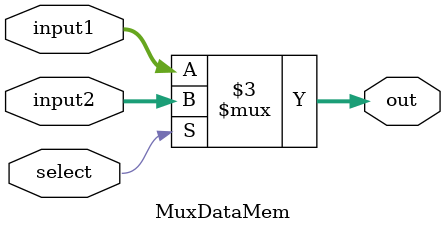
<source format=v>
module MuxDataMem(input1, input2, out, select); //Mux de saida da memória de dados

  input select;
  input [31:0] input1, input2;
  output reg [31:0] out;


 always @ (*) begin
	
	if(select) begin
		out = input2;
	end
	else begin
		out = input1;
	end

end
		


endmodule

</source>
